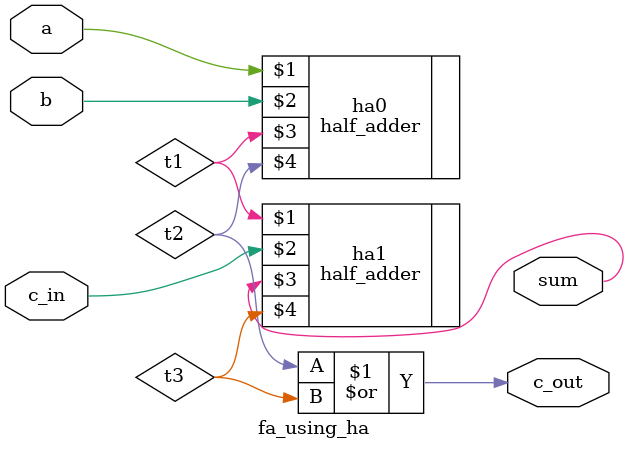
<source format=v>
module fa_using_ha(a, b, c_in, sum, c_out) ;

	input a, b, c_in ;
	output sum, c_out ;

	wire t1, t2, t3 ;

	half_adder ha0(a, b, t1, t2) ;
	half_adder ha1(t1, c_in, sum, t3) ;
	or R1(c_out, t2, t3) ;

endmodule



</source>
